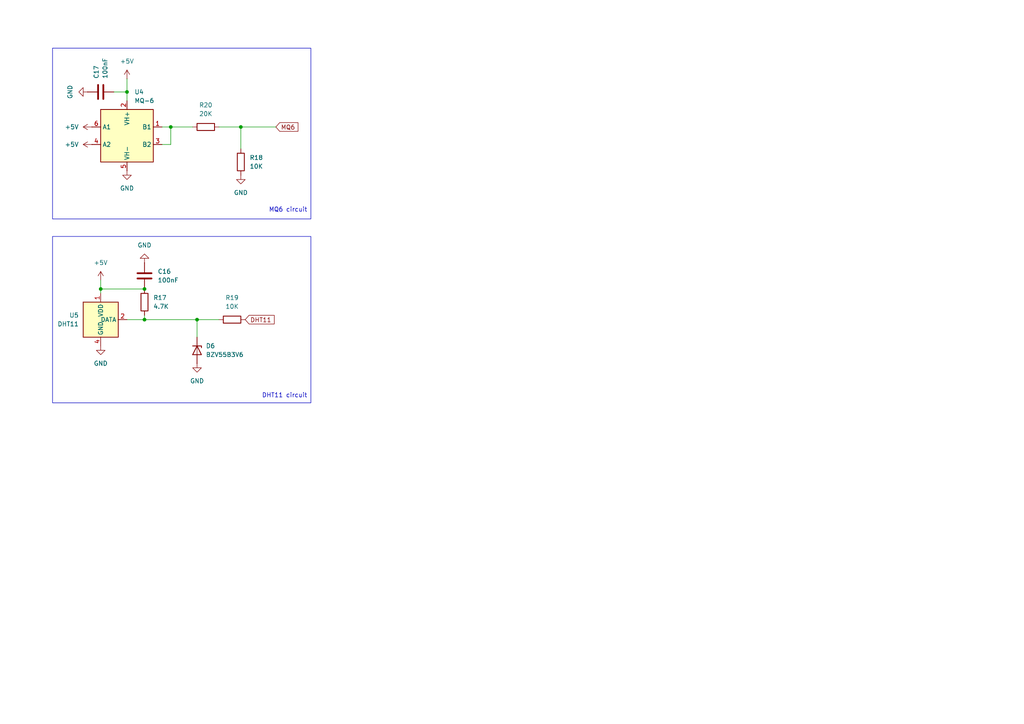
<source format=kicad_sch>
(kicad_sch (version 20250114) (generator "eeschema") (generator_version "9.0")
  (paper "A4")
  (lib_symbols
    (symbol "Device:C" (pin_numbers (hide yes)) (pin_names (offset 0.254))
      (property "Reference" "C" (at 0.635 2.54 0))
      (property "Value" "C" (at 0.635 -2.54 0))
      (symbol "C_0_1"
        (polyline (pts (xy -2.032 0.762) (xy 2.032 0.762)) (stroke (width 0.508)))
        (polyline (pts (xy -2.032 -0.762) (xy 2.032 -0.762)) (stroke (width 0.508)))
      )
      (symbol "C_1_1"
        (pin passive line (at 0 3.81 270) (length 2.794) (name "~") (number "1"))
        (pin passive line (at 0 -3.81 90) (length 2.794) (name "~") (number "2"))
      )
    )
    (symbol "Device:R" (pin_numbers (hide yes)) (pin_names (offset 0))
      (property "Reference" "R" (at 2.032 0 90))
      (property "Value" "R" (at 0 0 90))
      (symbol "R_0_1"
        (rectangle (start -1.016 -2.54) (end 1.016 2.54) (stroke (width 0.254)))
      )
      (symbol "R_1_1"
        (pin passive line (at 0 3.81 270) (length 1.27) (name "~") (number "1"))
        (pin passive line (at 0 -3.81 90) (length 1.27) (name "~") (number "2"))
      )
    )
    (symbol "Diode:BZV55B3V6" (pin_numbers (hide yes)) (pin_names (hide yes))
      (property "Reference" "D" (at 0 2.54 0))
      (property "Value" "BZV55B3V6" (at 0 -2.54 0))
      (symbol "BZV55B3V6_0_1"
        (polyline (pts (xy -1.27 -1.27) (xy -1.27 1.27) (xy -0.762 1.27)) (stroke (width 0.254)))
        (polyline (pts (xy 1.27 0) (xy -1.27 0)))
        (polyline (pts (xy 1.27 -1.27) (xy 1.27 1.27) (xy -1.27 0) (xy 1.27 -1.27)) (stroke (width 0.254)))
      )
      (symbol "BZV55B3V6_1_1"
        (pin passive line (at -3.81 0 0) (length 2.54) (name "K") (number "1"))
        (pin passive line (at 3.81 0 180) (length 2.54) (name "A") (number "2"))
      )
    )
    (symbol "Sensor:DHT11"
      (property "Reference" "U" (at -3.81 6.35 0))
      (property "Value" "DHT11" (at 3.81 6.35 0))
      (symbol "DHT11_0_1"
        (rectangle (start -5.08 5.08) (end 5.08 -5.08) (stroke (width 0.254)) (fill (type background)))
      )
      (symbol "DHT11_1_1"
        (pin no_connect line (at -5.08 0 0) (length 2.54) (hide yes) (name "NC") (number "3"))
        (pin power_in line (at 0 7.62 270) (length 2.54) (name "VDD") (number "1"))
        (pin power_in line (at 0 -7.62 90) (length 2.54) (name "GND") (number "4"))
        (pin bidirectional line (at 7.62 0 180) (length 2.54) (name "DATA") (number "2"))
      )
    )
    (symbol "Sensor_Gas:MQ-6"
      (property "Reference" "U" (at -6.35 8.89 0))
      (property "Value" "MQ-6" (at 3.81 8.89 0))
      (symbol "MQ-6_0_1"
        (rectangle (start -7.62 7.62) (end 7.62 -7.62) (stroke (width 0.254)) (fill (type background)))
      )
      (symbol "MQ-6_1_1"
        (pin passive line (at -10.16 2.54 0) (length 2.54) (name "A1") (number "6"))
        (pin passive line (at -10.16 -2.54 0) (length 2.54) (name "A2") (number "4"))
        (pin power_in line (at 0 10.16 270) (length 2.54) (name "VH+") (number "2"))
        (pin power_in line (at 0 -10.16 90) (length 2.54) (name "VH-") (number "5"))
        (pin passive line (at 10.16 2.54 180) (length 2.54) (name "B1") (number "1"))
        (pin passive line (at 10.16 -2.54 180) (length 2.54) (name "B2") (number "3"))
      )
    )
    (symbol "power:+5V" (power) (pin_numbers (hide yes)) (pin_names (offset 0) (hide yes))
      (property "Value" "+5V" (at 0 3.556 0))
      (symbol "+5V_0_1"
        (polyline (pts (xy -0.762 1.27) (xy 0 2.54)))
        (polyline (pts (xy 0 2.54) (xy 0.762 1.27)))
        (polyline (pts (xy 0 0) (xy 0 2.54)))
      )
      (symbol "+5V_1_1"
        (pin power_in line (at 0 0 90) (length 0) (name "~") (number "1"))
      )
    )
    (symbol "power:GND" (power) (pin_numbers (hide yes)) (pin_names (offset 0) (hide yes))
      (property "Value" "GND" (at 0 -3.81 0))
      (symbol "GND_0_1"
        (polyline (pts (xy 0 0) (xy 0 -1.27) (xy 1.27 -1.27) (xy 0 -2.54) (xy -1.27 -1.27) (xy 0 -1.27)))
      )
      (symbol "GND_1_1"
        (pin power_in line (at 0 0 270) (length 0) (name "~") (number "1"))
      )
    )
  )
  (rectangle (start 15.24 68.58) (end 90.17 116.84))
  (rectangle (start 15.24 13.97) (end 90.17 63.5))
  (text "DHT11 circuit" (at 82.55 114.808 0) (effects (font (size 1.27 1.27))))
  (text "MQ6 circuit" (at 83.566 60.96 0) (effects (font (size 1.27 1.27))))
  (junction (at 69.85 36.83))
  (junction (at 41.91 83.82))
  (junction (at 29.21 83.82))
  (junction (at 41.91 92.71))
  (junction (at 36.83 26.67))
  (junction (at 49.53 36.83))
  (junction (at 57.15 92.71))
  (wire (pts (xy 29.21 83.82) (xy 29.21 85.09)))
  (wire (pts (xy 36.83 26.67) (xy 36.83 29.21)))
  (wire (pts (xy 49.53 36.83) (xy 55.88 36.83)))
  (wire (pts (xy 80.01 36.83) (xy 69.85 36.83)))
  (wire (pts (xy 36.83 22.86) (xy 36.83 26.67)))
  (wire (pts (xy 49.53 36.83) (xy 46.99 36.83)))
  (wire (pts (xy 41.91 91.44) (xy 41.91 92.71)))
  (wire (pts (xy 49.53 41.91) (xy 49.53 36.83)))
  (wire (pts (xy 33.02 26.67) (xy 36.83 26.67)))
  (wire (pts (xy 57.15 92.71) (xy 63.5 92.71)))
  (wire (pts (xy 29.21 83.82) (xy 41.91 83.82)))
  (wire (pts (xy 69.85 43.18) (xy 69.85 36.83)))
  (wire (pts (xy 29.21 81.28) (xy 29.21 83.82)))
  (wire (pts (xy 41.91 92.71) (xy 36.83 92.71)))
  (wire (pts (xy 57.15 92.71) (xy 57.15 97.79)))
  (wire (pts (xy 46.99 41.91) (xy 49.53 41.91)))
  (wire (pts (xy 41.91 92.71) (xy 57.15 92.71)))
  (wire (pts (xy 63.5 36.83) (xy 69.85 36.83)))
  (global_label "DHT11" (shape input) (at 71.12 92.71 0) (property "Intersheetrefs" "${INTERSHEET_REFS}" (effects (hide yes))))
  (global_label "MQ6" (shape input) (at 80.01 36.83 0) (property "Intersheetrefs" "${INTERSHEET_REFS}" (effects (hide yes))))
  (symbol (lib_id "power:GND") (at 36.83 49.53 0) (unit 1)
    (property "Reference" "#PWR022" (effects (hide yes)))
    (property "Value" "GND" (at 36.83 54.61 0))
    (property "Description" "Power symbol creates a global label with name \"GND\" , ground" (effects (hide yes)))
  )
  (symbol (lib_id "Device:R") (at 69.85 46.99 0) (unit 1)
    (property "Reference" "R18" (at 72.39 45.7199 0) (effects (justify left)))
    (property "Value" "10K" (at 72.39 48.2599 0) (effects (justify left)))
    (property "Footprint" "Resistor_SMD:R_0603_1608Metric_Pad0.98x0.95mm_HandSolder" (effects (hide yes)))
    (property "Description" "Resistor" (effects (hide yes)))
  )
  (symbol (lib_id "power:+5V") (at 26.67 41.91 90) (unit 1)
    (property "Reference" "#PWR045" (effects (hide yes)))
    (property "Value" "+5V" (at 22.86 41.9099 90) (effects (justify left)))
    (property "Description" "Power symbol creates a global label with name \"+5V\"" (effects (hide yes)))
  )
  (symbol (lib_id "power:GND") (at 69.85 50.8 0) (unit 1)
    (property "Reference" "#PWR043" (effects (hide yes)))
    (property "Value" "GND" (at 69.85 55.88 0))
    (property "Description" "Power symbol creates a global label with name \"GND\" , ground" (effects (hide yes)))
  )
  (symbol (lib_id "Device:R") (at 67.31 92.71 90) (unit 1)
    (property "Reference" "R19" (at 67.31 86.36 90))
    (property "Value" "10K" (at 67.31 88.9 90))
    (property "Footprint" "Resistor_SMD:R_0603_1608Metric_Pad0.98x0.95mm_HandSolder" (effects (hide yes)))
    (property "Description" "Resistor" (effects (hide yes)))
  )
  (symbol (lib_id "power:GND") (at 57.15 105.41 0) (unit 1)
    (property "Reference" "#PWR046" (effects (hide yes)))
    (property "Value" "GND" (at 57.15 110.49 0))
    (property "Description" "Power symbol creates a global label with name \"GND\" , ground" (effects (hide yes)))
  )
  (symbol (lib_id "power:+5V") (at 29.21 81.28 0) (unit 1)
    (property "Reference" "#PWR041" (effects (hide yes)))
    (property "Value" "+5V" (at 29.21 76.2 0))
    (property "Description" "Power symbol creates a global label with name \"+5V\"" (effects (hide yes)))
  )
  (symbol (lib_id "Diode:BZV55B3V6") (at 57.15 101.6 270) (unit 1)
    (property "Reference" "D6" (at 59.69 100.3299 90) (effects (justify left)))
    (property "Value" "BZV55B3V6" (at 59.69 102.8699 90) (effects (justify left)))
    (property "Footprint" "Diode_SMD:D_MiniMELF" (effects (hide yes)))
    (property "Datasheet" "https://assets.nexperia.com/documents/data-sheet/BZV55_SER.pdf" (effects (hide yes)))
    (property "Description" "3.6V, 500mW, 2%, Zener diode, MiniMELF" (effects (hide yes)))
  )
  (symbol (lib_id "power:GND") (at 41.91 76.2 180) (unit 1)
    (property "Reference" "#PWR042" (effects (hide yes)))
    (property "Value" "GND" (at 41.91 71.12 0))
    (property "Description" "Power symbol creates a global label with name \"GND\" , ground" (effects (hide yes)))
  )
  (symbol (lib_id "Sensor_Gas:MQ-6") (at 36.83 39.37 0) (unit 1)
    (property "Reference" "U4" (at 38.9733 26.67 0) (effects (justify left)))
    (property "Value" "MQ-6" (at 38.9733 29.21 0) (effects (justify left)))
    (property "Footprint" "Sensor:MQ-6" (effects (hide yes)))
    (property "Datasheet" "https://www.winsen-sensor.com/d/files/semiconductor/mq-6.pdf" (effects (hide yes)))
    (property "Description" "Semiconductor Sensor for Flammable Gas" (effects (hide yes)))
  )
  (symbol (lib_id "Device:C") (at 29.21 26.67 270) (unit 1)
    (property "Reference" "C17" (at 27.9399 22.86 0) (effects (justify right)))
    (property "Value" "100nF" (at 30.4799 22.86 0) (effects (justify right)))
    (property "Footprint" "Capacitor_SMD:C_0603_1608Metric_Pad1.08x0.95mm_HandSolder" (effects (hide yes)))
    (property "Description" "Unpolarized capacitor" (effects (hide yes)))
  )
  (symbol (lib_id "power:+5V") (at 36.83 22.86 0) (unit 1)
    (property "Reference" "#PWR08" (effects (hide yes)))
    (property "Value" "+5V" (at 36.83 17.78 0))
    (property "Description" "Power symbol creates a global label with name \"+5V\"" (effects (hide yes)))
  )
  (symbol (lib_id "Device:R") (at 41.91 87.63 0) (unit 1)
    (property "Reference" "R17" (at 44.45 86.3599 0) (effects (justify left)))
    (property "Value" "4.7K" (at 44.45 88.8999 0) (effects (justify left)))
    (property "Footprint" "Resistor_SMD:R_0603_1608Metric_Pad0.98x0.95mm_HandSolder" (effects (hide yes)))
    (property "Description" "Resistor" (effects (hide yes)))
  )
  (symbol (lib_id "power:GND") (at 25.4 26.67 270) (unit 1)
    (property "Reference" "#PWR047" (effects (hide yes)))
    (property "Value" "GND" (at 20.32 26.67 0))
    (property "Description" "Power symbol creates a global label with name \"GND\" , ground" (effects (hide yes)))
  )
  (symbol (lib_id "Sensor:DHT11") (at 29.21 92.71 0) (unit 1)
    (property "Reference" "U5" (at 22.86 91.4399 0) (effects (justify right)))
    (property "Value" "DHT11" (at 22.86 93.9799 0) (effects (justify right)))
    (property "Footprint" "Sensor:Aosong_DHT11_5.5x12.0_P2.54mm" (effects (hide yes)))
    (property "Datasheet" "http://akizukidenshi.com/download/ds/aosong/DHT11.pdf" (effects (hide yes)))
    (property "Description" "3.3V to 5.5V, temperature and humidity module, DHT11" (effects (hide yes)))
  )
  (symbol (lib_id "Device:C") (at 41.91 80.01 180) (unit 1)
    (property "Reference" "C16" (at 45.72 78.7399 0) (effects (justify right)))
    (property "Value" "100nF" (at 45.72 81.2799 0) (effects (justify right)))
    (property "Footprint" "Capacitor_SMD:C_0603_1608Metric_Pad1.08x0.95mm_HandSolder" (effects (hide yes)))
    (property "Description" "Unpolarized capacitor" (effects (hide yes)))
  )
  (symbol (lib_id "Device:R") (at 59.69 36.83 90) (unit 1)
    (property "Reference" "R20" (at 59.69 30.48 90))
    (property "Value" "20K" (at 59.69 33.02 90))
    (property "Footprint" "Resistor_SMD:R_0603_1608Metric_Pad0.98x0.95mm_HandSolder" (effects (hide yes)))
    (property "Description" "Resistor" (effects (hide yes)))
  )
  (symbol (lib_id "power:+5V") (at 26.67 36.83 90) (unit 1)
    (property "Reference" "#PWR044" (effects (hide yes)))
    (property "Value" "+5V" (at 22.86 36.8299 90) (effects (justify left)))
    (property "Description" "Power symbol creates a global label with name \"+5V\"" (effects (hide yes)))
  )
  (symbol (lib_id "power:GND") (at 29.21 100.33 0) (unit 1)
    (property "Reference" "#PWR040" (effects (hide yes)))
    (property "Value" "GND" (at 29.21 105.41 0))
    (property "Description" "Power symbol creates a global label with name \"GND\" , ground" (effects (hide yes)))
  )
)
</source>
